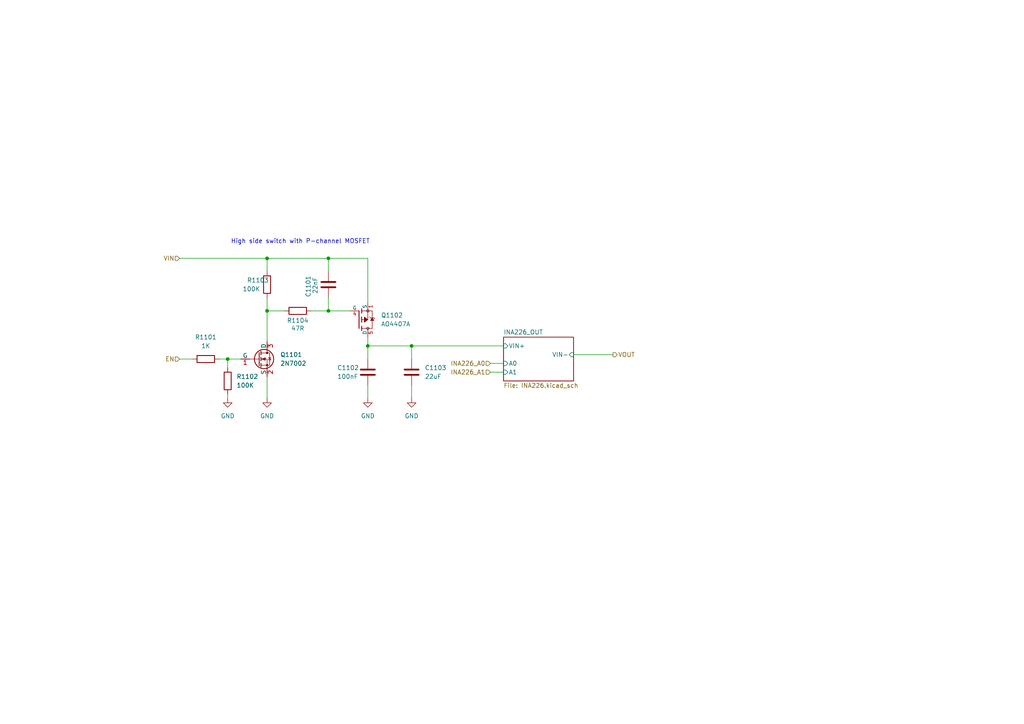
<source format=kicad_sch>
(kicad_sch (version 20250114) (generator "eeschema") (generator_version "9.0")
  (paper "A4")
  (lib_symbols
    (symbol "Device:C" (pin_numbers (hide yes)) (pin_names (offset 0.254))
      (property "Reference" "C" (at 0.635 2.54 0))
      (property "Value" "C" (at 0.635 -2.54 0))
      (symbol "C_0_1"
        (polyline (pts (xy -2.032 0.762) (xy 2.032 0.762)) (stroke (width 0.508)))
        (polyline (pts (xy -2.032 -0.762) (xy 2.032 -0.762)) (stroke (width 0.508)))
      )
      (symbol "C_1_1"
        (pin passive line (at 0 3.81 270) (length 2.794) (name "~") (number "1"))
        (pin passive line (at 0 -3.81 90) (length 2.794) (name "~") (number "2"))
      )
    )
    (symbol "Device:R" (pin_numbers (hide yes)) (pin_names (offset 0))
      (property "Reference" "R" (at 2.032 0 90))
      (property "Value" "R" (at 0 0 90))
      (symbol "R_0_1"
        (rectangle (start -1.016 -2.54) (end 1.016 2.54) (stroke (width 0.254)))
      )
      (symbol "R_1_1"
        (pin passive line (at 0 3.81 270) (length 1.27) (name "~") (number "1"))
        (pin passive line (at 0 -3.81 90) (length 1.27) (name "~") (number "2"))
      )
    )
    (symbol "NosLib:AO4407A" (pin_names (offset 0))
      (property "Reference" "Q" (at -8.89 3.81 0))
      (property "Value" "AO4407A" (at -8.89 -6.35 0))
      (symbol "AO4407A_0_0"
        (polyline (pts (xy 0 -2.54) (xy 0 2.54)) (stroke (width 0.254)))
        (polyline (pts (xy 0.762 2.54) (xy 0.762 3.175)) (stroke (width 0.254)))
        (polyline (pts (xy 0.762 1.905) (xy 0.762 2.54)) (stroke (width 0.254)))
        (polyline (pts (xy 0.762 0) (xy 0.762 0.762)) (stroke (width 0.254)))
        (polyline (pts (xy 0.762 0) (xy 2.54 0)) (stroke (width 0.1524)))
        (polyline (pts (xy 0.762 -0.762) (xy 0.762 0)) (stroke (width 0.254)))
        (polyline (pts (xy 0.762 -2.54) (xy 0.762 -1.905)) (stroke (width 0.254)))
        (polyline (pts (xy 0.762 -2.54) (xy 3.81 -2.54)) (stroke (width 0.1524)))
        (polyline (pts (xy 0.762 -3.175) (xy 0.762 -2.54)) (stroke (width 0.254)))
        (polyline (pts (xy 2.54 2.54) (xy 0.762 2.54)) (stroke (width 0.1524)))
        (polyline (pts (xy 2.54 2.54) (xy 3.81 2.54)) (stroke (width 0.1524)))
        (circle (center 2.54 2.54) (radius 0.3592))
        (polyline (pts (xy 2.54 0) (xy 2.54 2.54)) (stroke (width 0.1524)))
        (polyline (pts (xy 2.54 0) (xy 1.524 0.762) (xy 1.524 -0.762) (xy 2.54 0)) (stroke (width 0.1524)) (fill (type outline)))
        (circle (center 2.54 -2.54) (radius 0.3592))
        (polyline (pts (xy 3.048 0.762) (xy 3.302 0.508)) (stroke (width 0.1524)))
        (polyline (pts (xy 3.302 0.508) (xy 3.81 0.508)) (stroke (width 0.1524)))
        (polyline (pts (xy 3.81 0.508) (xy 3.81 2.54)) (stroke (width 0.1524)))
        (polyline (pts (xy 3.81 0.508) (xy 4.318 0.508)) (stroke (width 0.1524)))
        (polyline (pts (xy 3.81 0.508) (xy 4.318 -0.254) (xy 3.302 -0.254) (xy 3.81 0.508)) (stroke (width 0.1524)) (fill (type outline)))
        (polyline (pts (xy 3.81 -2.54) (xy 3.81 0.508)) (stroke (width 0.1524)))
        (polyline (pts (xy 4.318 0.508) (xy 4.572 0.254)) (stroke (width 0.1524)))
      )
      (symbol "AO4407A_1_0"
        (pin passive line (at 2.54 5.08 270) (length 2.54) (name "S") (number "1"))
        (pin passive line (at 2.54 -5.08 90) (length 2.54) (name "D") (number "5"))
        (pin passive line (at 2.54 -5.08 90) (length 2.54) (hide yes) (name "D") (number "6"))
        (pin passive line (at 2.54 -5.08 90) (length 2.54) (hide yes) (name "D") (number "7"))
        (pin passive line (at 2.54 -5.08 90) (length 2.54) (hide yes) (name "D") (number "8"))
        (pin passive line (at 6.35 5.08 270) (length 2.54) (hide yes) (name "S") (number "2"))
        (pin passive line (at 10.16 5.08 270) (length 2.54) (hide yes) (name "S") (number "3"))
      )
      (symbol "AO4407A_1_1"
        (pin passive line (at -2.54 2.54 0) (length 2.54) (name "G") (number "4"))
      )
    )
    (symbol "Transistor_FET:2N7002" (pin_names (offset 0))
      (property "Reference" "Q" (at 5.08 1.905 0))
      (property "Value" "2N7002" (at 5.08 0 0))
      (symbol "2N7002_0_1"
        (polyline (pts (xy 0.254 1.905) (xy 0.254 -1.905)) (stroke (width 0.254)))
        (polyline (pts (xy 0.254 0) (xy -2.54 0)))
        (polyline (pts (xy 0.762 2.286) (xy 0.762 1.27)) (stroke (width 0.254)))
        (polyline (pts (xy 0.762 0.508) (xy 0.762 -0.508)) (stroke (width 0.254)))
        (polyline (pts (xy 0.762 -1.27) (xy 0.762 -2.286)) (stroke (width 0.254)))
        (polyline (pts (xy 0.762 -1.778) (xy 3.302 -1.778) (xy 3.302 1.778) (xy 0.762 1.778)))
        (polyline (pts (xy 1.016 0) (xy 2.032 0.381) (xy 2.032 -0.381) (xy 1.016 0)) (fill (type outline)))
        (circle (center 1.651 0) (radius 2.794) (stroke (width 0.254)))
        (polyline (pts (xy 2.54 2.54) (xy 2.54 1.778)))
        (circle (center 2.54 1.778) (radius 0.254) (fill (type outline)))
        (circle (center 2.54 -1.778) (radius 0.254) (fill (type outline)))
        (polyline (pts (xy 2.54 -2.54) (xy 2.54 0) (xy 0.762 0)))
        (polyline (pts (xy 2.921 0.381) (xy 3.683 0.381)))
        (polyline (pts (xy 3.302 0.381) (xy 2.921 -0.254) (xy 3.683 -0.254) (xy 3.302 0.381)))
      )
      (symbol "2N7002_1_1"
        (pin input line (at -5.08 0 0) (length 2.54) (name "G") (number "1"))
        (pin passive line (at 2.54 5.08 270) (length 2.54) (name "D") (number "3"))
        (pin passive line (at 2.54 -5.08 90) (length 2.54) (name "S") (number "2"))
      )
    )
    (symbol "power:GND" (power) (pin_numbers (hide yes)) (pin_names (offset 0) (hide yes))
      (property "Value" "GND" (at 0 -3.81 0))
      (symbol "GND_0_1"
        (polyline (pts (xy 0 0) (xy 0 -1.27) (xy 1.27 -1.27) (xy 0 -2.54) (xy -1.27 -1.27) (xy 0 -1.27)))
      )
      (symbol "GND_1_1"
        (pin power_in line (at 0 0 270) (length 0) (name "~") (number "1"))
      )
    )
  )
  (text "High side switch with P-channel MOSFET" (at 87.122 70.104 0) (effects (font (size 1.27 1.27))))
  (junction (at 77.47 74.93))
  (junction (at 95.25 74.93))
  (junction (at 119.38 100.33))
  (junction (at 95.25 90.17))
  (junction (at 66.04 104.14))
  (junction (at 106.68 100.33))
  (junction (at 77.47 90.17))
  (wire (pts (xy 77.47 74.93) (xy 77.47 78.74)))
  (wire (pts (xy 119.38 100.33) (xy 119.38 104.14)))
  (wire (pts (xy 52.07 74.93) (xy 77.47 74.93)))
  (wire (pts (xy 106.68 100.33) (xy 106.68 104.14)))
  (wire (pts (xy 119.38 111.76) (xy 119.38 115.57)))
  (wire (pts (xy 119.38 100.33) (xy 146.05 100.33)))
  (wire (pts (xy 66.04 114.3) (xy 66.04 115.57)))
  (wire (pts (xy 106.68 74.93) (xy 106.68 87.63)))
  (wire (pts (xy 142.24 107.95) (xy 146.05 107.95)))
  (wire (pts (xy 95.25 90.17) (xy 101.6 90.17)))
  (wire (pts (xy 66.04 104.14) (xy 69.85 104.14)))
  (wire (pts (xy 106.68 111.76) (xy 106.68 115.57)))
  (wire (pts (xy 77.47 90.17) (xy 77.47 99.06)))
  (wire (pts (xy 106.68 97.79) (xy 106.68 100.33)))
  (wire (pts (xy 77.47 115.57) (xy 77.47 109.22)))
  (wire (pts (xy 166.37 102.87) (xy 177.8 102.87)))
  (wire (pts (xy 66.04 104.14) (xy 66.04 106.68)))
  (wire (pts (xy 142.24 105.41) (xy 146.05 105.41)))
  (wire (pts (xy 77.47 86.36) (xy 77.47 90.17)))
  (wire (pts (xy 95.25 74.93) (xy 106.68 74.93)))
  (wire (pts (xy 95.25 78.74) (xy 95.25 74.93)))
  (wire (pts (xy 90.17 90.17) (xy 95.25 90.17)))
  (wire (pts (xy 95.25 86.36) (xy 95.25 90.17)))
  (wire (pts (xy 77.47 90.17) (xy 82.55 90.17)))
  (wire (pts (xy 52.07 104.14) (xy 55.88 104.14)))
  (wire (pts (xy 106.68 100.33) (xy 119.38 100.33)))
  (wire (pts (xy 63.5 104.14) (xy 66.04 104.14)))
  (wire (pts (xy 77.47 74.93) (xy 95.25 74.93)))
  (hierarchical_label "VOUT" (shape output) (at 177.8 102.87 0))
  (hierarchical_label "INA226_A1" (shape input) (at 142.24 107.95 180))
  (hierarchical_label "EN" (shape input) (at 52.07 104.14 180))
  (hierarchical_label "INA226_A0" (shape input) (at 142.24 105.41 180))
  (hierarchical_label "VIN" (shape input) (at 52.07 74.93 180))
  (symbol (lib_id "power:GND") (at 106.68 115.57 0) (unit 1)
    (property "Reference" "#PWR0803" (effects (hide yes)))
    (property "Value" "GND" (at 106.68 120.65 0))
    (property "Description" "Power symbol creates a global label with name \"GND\" , ground" (effects (hide yes)))
    (instances (project "NosVolt" (path "" (reference "#PWR01103") (unit 1)) (path "" (reference "#PWR0803") (unit 1)) (path "" (reference "#PWR0903") (unit 1))))
  )
  (symbol (lib_id "power:GND") (at 66.04 115.57 0) (unit 1)
    (property "Reference" "#PWR0801" (effects (hide yes)))
    (property "Value" "GND" (at 66.04 120.65 0))
    (property "Description" "Power symbol creates a global label with name \"GND\" , ground" (effects (hide yes)))
    (instances (project "NosVolt" (path "" (reference "#PWR01101") (unit 1)) (path "" (reference "#PWR0801") (unit 1)) (path "" (reference "#PWR0901") (unit 1))))
  )
  (symbol (lib_id "Device:R") (at 66.04 110.49 180) (unit 1)
    (property "Reference" "R802" (at 68.58 109.2199 0) (effects (justify right)))
    (property "Value" "100K" (at 68.58 111.7599 0) (effects (justify right)))
    (property "Footprint" "Resistor_SMD:R_0603_1608Metric_Pad0.98x0.95mm_HandSolder" (effects (hide yes)))
    (property "Description" "Resistor" (effects (hide yes)))
    (instances (project "NosVolt" (path "" (reference "R1102") (unit 1)) (path "" (reference "R802") (unit 1)) (path "" (reference "R902") (unit 1))))
  )
  (symbol (lib_id "NosLib:AO4407A") (at 104.14 92.71 0) (unit 1)
    (property "Reference" "Q802" (at 110.49 91.4399 0) (effects (justify left)))
    (property "Value" "AO4407A" (at 110.49 93.9799 0) (effects (justify left)))
    (property "Footprint" "Package_SO:SOIC-8_3.9x4.9mm_P1.27mm" (effects (hide yes)))
    (property "Datasheet" "https://www.aosmd.com/res/datasheets/AO4407A.pdf" (effects (hide yes)))
    (property "Description" "P-Channel 30 V 12A (Ta) 3.1W (Ta) Surface Mount 8-SOIC" (effects (hide yes)))
    (instances (project "NosVolt" (path "" (reference "Q1102") (unit 1)) (path "" (reference "Q802") (unit 1)) (path "" (reference "Q902") (unit 1))))
  )
  (symbol (lib_id "power:GND") (at 77.47 115.57 0) (unit 1)
    (property "Reference" "#PWR0802" (effects (hide yes)))
    (property "Value" "GND" (at 77.47 120.65 0))
    (property "Description" "Power symbol creates a global label with name \"GND\" , ground" (effects (hide yes)))
    (instances (project "NosVolt" (path "" (reference "#PWR01102") (unit 1)) (path "" (reference "#PWR0802") (unit 1)) (path "" (reference "#PWR0902") (unit 1))))
  )
  (symbol (lib_id "Device:R") (at 59.69 104.14 90) (unit 1)
    (property "Reference" "R801" (at 59.69 97.79 90))
    (property "Value" "1K" (at 59.69 100.33 90))
    (property "Footprint" "Resistor_SMD:R_0603_1608Metric_Pad0.98x0.95mm_HandSolder" (effects (hide yes)))
    (property "Description" "Resistor" (effects (hide yes)))
    (instances (project "NosVolt" (path "" (reference "R1101") (unit 1)) (path "" (reference "R801") (unit 1)) (path "" (reference "R901") (unit 1))))
  )
  (symbol (lib_id "Device:R") (at 77.47 82.55 180) (unit 1)
    (property "Reference" "R803" (at 71.628 81.28 0) (effects (justify right)))
    (property "Value" "100K" (at 70.358 83.82 0) (effects (justify right)))
    (property "Footprint" "Resistor_SMD:R_0603_1608Metric_Pad0.98x0.95mm_HandSolder" (effects (hide yes)))
    (property "Description" "Resistor" (effects (hide yes)))
    (instances (project "NosVolt" (path "" (reference "R1103") (unit 1)) (path "" (reference "R803") (unit 1)) (path "" (reference "R903") (unit 1))))
  )
  (symbol (lib_id "Device:R") (at 86.36 90.17 90) (unit 1)
    (property "Reference" "R804" (at 86.36 92.964 90))
    (property "Value" "47R" (at 86.36 95.25 90))
    (property "Footprint" "Resistor_SMD:R_0603_1608Metric_Pad0.98x0.95mm_HandSolder" (effects (hide yes)))
    (property "Description" "Resistor" (effects (hide yes)))
    (instances (project "NosVolt" (path "" (reference "R1104") (unit 1)) (path "" (reference "R804") (unit 1)) (path "" (reference "R904") (unit 1))))
  )
  (symbol (lib_id "Device:C") (at 119.38 107.95 0) (unit 1)
    (property "Reference" "C803" (at 123.19 106.6799 0) (effects (justify left)))
    (property "Value" "22uF" (at 123.19 109.2199 0) (effects (justify left)))
    (property "Footprint" "Capacitor_SMD:C_0805_2012Metric" (effects (hide yes)))
    (property "Description" "Unpolarized capacitor" (effects (hide yes)))
    (instances (project "NosVolt" (path "" (reference "C1103") (unit 1)) (path "" (reference "C803") (unit 1)) (path "" (reference "C903") (unit 1))))
  )
  (symbol (lib_id "power:GND") (at 119.38 115.57 0) (unit 1)
    (property "Reference" "#PWR0804" (effects (hide yes)))
    (property "Value" "GND" (at 119.38 120.65 0))
    (property "Description" "Power symbol creates a global label with name \"GND\" , ground" (effects (hide yes)))
    (instances (project "NosVolt" (path "" (reference "#PWR01104") (unit 1)) (path "" (reference "#PWR0804") (unit 1)) (path "" (reference "#PWR0904") (unit 1))))
  )
  (symbol (lib_id "Transistor_FET:2N7002") (at 74.93 104.14 0) (unit 1)
    (property "Reference" "Q801" (at 81.28 102.8699 0) (effects (justify left)))
    (property "Value" "2N7002" (at 81.28 105.4099 0) (effects (justify left)))
    (property "Footprint" "Package_TO_SOT_SMD:SOT-23" (effects (hide yes)))
    (property "Datasheet" "https://www.onsemi.com/pub/Collateral/NDS7002A-D.PDF" (effects (hide yes)))
    (property "Description" "0.115A Id, 60V Vds, N-Channel MOSFET, SOT-23" (effects (hide yes)))
    (instances (project "NosVolt" (path "" (reference "Q1101") (unit 1)) (path "" (reference "Q801") (unit 1)) (path "" (reference "Q901") (unit 1))))
  )
  (symbol (lib_id "Device:C") (at 106.68 107.95 0) (unit 1)
    (property "Reference" "C802" (at 97.79 106.68 0) (effects (justify left)))
    (property "Value" "100nF" (at 97.79 109.22 0) (effects (justify left)))
    (property "Footprint" "Capacitor_SMD:C_0603_1608Metric" (effects (hide yes)))
    (property "Description" "Unpolarized capacitor" (effects (hide yes)))
    (instances (project "NosVolt" (path "" (reference "C1102") (unit 1)) (path "" (reference "C802") (unit 1)) (path "" (reference "C902") (unit 1))))
  )
  (symbol (lib_id "Device:C") (at 95.25 82.55 180) (unit 1)
    (property "Reference" "C801" (at 89.408 83.058 90))
    (property "Value" "22nF" (at 91.44 82.804 90))
    (property "Footprint" "Capacitor_SMD:C_0805_2012Metric" (effects (hide yes)))
    (property "Description" "Unpolarized capacitor" (effects (hide yes)))
    (instances (project "NosVolt" (path "" (reference "C1101") (unit 1)) (path "" (reference "C801") (unit 1)) (path "" (reference "C901") (unit 1))))
  )
  (sheet (at 146.05 97.79) (size 20.32 12.7) (stroke (width 0.1524))
    (property "Sheetname" "INA226_OUT" (at 146.05 97.0784 0) (effects (justify left bottom)))
    (property "Sheetfile" "INA226.kicad_sch" (at 146.05 111.0746 0) (effects (justify left top)))
    (pin "VIN+" input (at 146.05 100.33 180))
    (pin "A1" input (at 146.05 107.95 180))
    (pin "VIN-" input (at 166.37 102.87 0))
    (pin "A0" input (at 146.05 105.41 180))
  )
)
</source>
